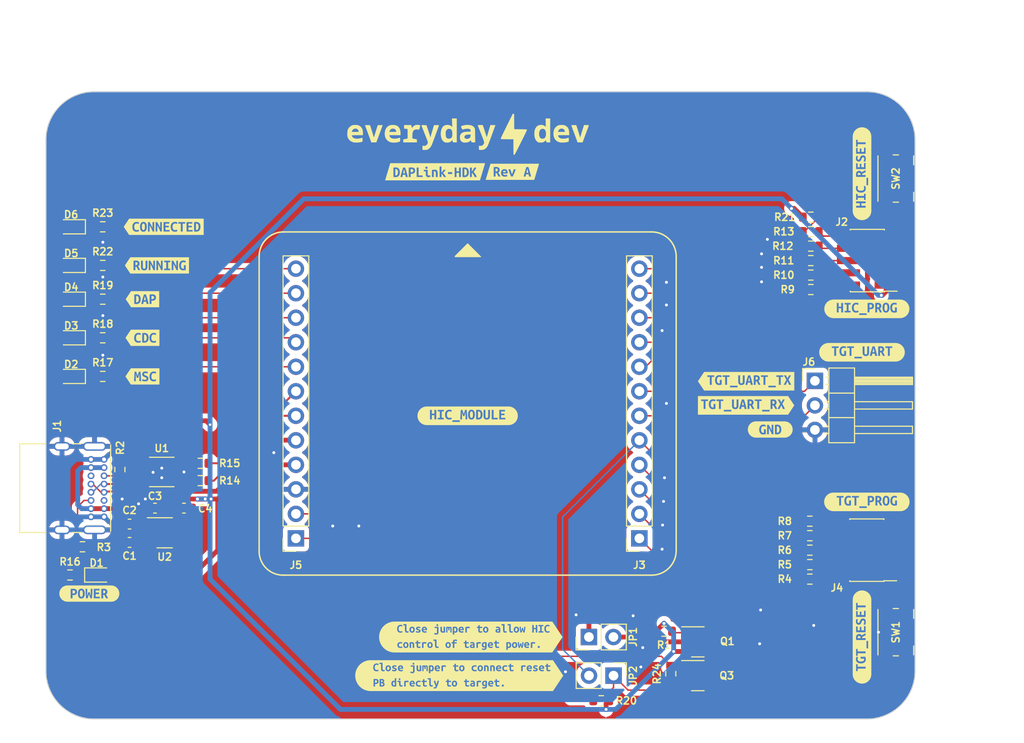
<source format=kicad_pcb>
(kicad_pcb (version 20221018) (generator pcbnew)
  (title_block (title "PROJECT_NAME_HERE") (date "2022-12-27") (rev "Rev A") (company "everyday dev") (comment 1 "CC-BY-SA"))
  (layers (0 "F.Cu" signal) (31 "B.Cu" signal) (34 "B.Paste" user) (35 "F.Paste" user) (36 "B.SilkS" user "B.Silkscreen") (37 "F.SilkS" user "F.Silkscreen") (38 "B.Mask" user) (39 "F.Mask" user) (44 "Edge.Cuts" user))
  (net 0 "")
  (net 1 "VBUS")
  (net 2 "GND")
  (net 3 "+3V3")
  (net 4 "Net-(J1-CC1)")
  (net 5 "/USB_N")
  (net 6 "/USB_P")
  (net 8 "Net-(J1-CC2)")
  (net 10 "/HIC_TMS_SWDIO")
  (net 11 "/HIC_TCK_SWCLK")
  (net 12 "/HIC_TDO_SWO")
  (net 14 "/HIC_TDI")
  (net 15 "/HIC_nRESET")
  (net 16 "/TGT_TMS_SWDIO")
  (net 17 "/TGT_TCK_SWCLK")
  (net 18 "/TGT_TDO_SWO")
  (net 19 "/TGT_TDI")
  (net 20 "Net-(D1-K)")
  (net 21 "Net-(D2-K)")
  (net 22 "/LED_MSC")
  (net 23 "Net-(D3-K)")
  (net 24 "/LED_CDC")
  (net 25 "Net-(D4-K)")
  (net 26 "/LED_HID")
  (net 27 "Net-(D5-K)")
  (net 28 "/LED_RUNNING")
  (net 29 "Net-(D6-K)")
  (net 30 "/LED_CONNECTED")
  (net 34 "Net-(J2-Pin_2)")
  (net 35 "Net-(J2-Pin_4)")
  (net 36 "Net-(J2-Pin_6)")
  (net 37 "Net-(J2-Pin_8)")
  (net 38 "Net-(J2-Pin_10)")
  (net 39 "Net-(J4-Pin_1)")
  (net 40 "Net-(J4-Pin_2)")
  (net 41 "Net-(J4-Pin_4)")
  (net 42 "Net-(J4-Pin_6)")
  (net 43 "Net-(J4-Pin_8)")
  (net 44 "Net-(J4-Pin_10)")
  (net 45 "Net-(JP1-B)")
  (net 46 "/TGT_nRESET_OUT")
  (net 47 "/HIC_USB_N")
  (net 48 "/HIC_USB_P")
  (net 49 "/TGT_PWR_EN")
  (net 50 "/TGT_nRESET_FWRD")
  (net 51 "/TGT_UART_TX")
  (net 52 "/TGT_UART_RX")
  (net 53 "Net-(Q1-G)")
  (footprint "Resistor_SMD:R_0603_1608Metric" (layer "F.Cu") (at 189.2 55.5)
    (fp_text reference "R9")
    (fp_text value "100R")
  )
  (footprint "Connector_PinHeader_1.27mm:PinHeader_2x05_P1.27mm_Vertical_SMD" (layer "F.Cu") (at 195.05 52.5 180)
    (fp_text reference "J2")
    (fp_text value "Conn_02x05_Odd_Even")
  )
  (footprint "Resistor_SMD:R_0603_1608Metric" (layer "F.Cu") (at 189.2 48)
    (fp_text reference "R21")
    (fp_text value "10k")
  )
  (footprint "Resistor_SMD:R_0603_1608Metric" (layer "F.Cu") (at 189.1 84)
    (fp_text reference "R5")
    (fp_text value "100R")
  )
  (footprint "Resistor_SMD:R_0603_1608Metric" (layer "F.Cu") (at 174.7 95.3 90)
    (fp_text reference "R24")
    (fp_text value "10k")
  )
  (footprint "Resistor_SMD:R_0603_1608Metric" (layer "F.Cu") (at 115.89 56.5)
    (fp_text reference "R19")
    (fp_text value "1k")
  )
  (footprint "Resistor_SMD:R_0603_1608Metric" (layer "F.Cu") (at 189.2 49.5)
    (fp_text reference "R13")
    (fp_text value "100R")
  )
  (footprint "Resistor_SMD:R_0603_1608Metric" (layer "F.Cu") (at 126 73.5)
    (fp_text reference "R15")
    (fp_text value "22R")
  )
  (footprint "Resistor_SMD:R_0603_1608Metric" (layer "F.Cu") (at 189.1 79.5)
    (fp_text reference "R8")
    (fp_text value "100R")
  )
  (footprint "Capacitor_SMD:C_0603_1608Metric" (layer "F.Cu") (at 118.665 79.8)
    (fp_text reference "C2")
    (fp_text value "0.1u")
  )
  (footprint "kibuzzard-6546A67F" (layer "F.Cu") (at 182.5 65)
    (fp_text reference "kibuzzard-6546A67F" hide)
    (fp_text value "G***" hide)
  )
  (footprint "Button_Switch_SMD:Panasonic_EVQPUJ_EVQPUA" (layer "F.Cu") (at 198 44 -90)
    (fp_text reference "SW2")
    (fp_text value "SW_Push")
  )
  (footprint "kibuzzard-6546A761" (layer "F.Cu") (at 195 77.5)
    (fp_text reference "kibuzzard-6546A761" hide)
    (fp_text value "G***" hide)
  )
  (footprint "Resistor_SMD:R_0603_1608Metric" (layer "F.Cu") (at 189.1 81)
    (fp_text reference "R7")
    (fp_text value "100R")
  )
  (footprint "Button_Switch_SMD:Panasonic_EVQPUJ_EVQPUA" (layer "F.Cu") (at 198 91 -90)
    (fp_text reference "SW1")
    (fp_text value "SW_Push")
  )
  (footprint "Resistor_SMD:R_0603_1608Metric" (layer "F.Cu") (at 115.89 60.5)
    (fp_text reference "R18")
    (fp_text value "1k")
  )
  (footprint "Connector_USB:USB_C_Receptacle_GCT_USB4085" (layer "F.Cu") (at 116.025 73.1 -90)
    (fp_text reference "J1")
    (fp_text value "USB_C_Receptacle_USB2.0")
  )
  (footprint "kibuzzard-6546A65D" (layer "F.Cu") (at 114.5 87)
    (fp_text reference "kibuzzard-6546A65D" hide)
    (fp_text value "G***" hide)
  )
  (footprint "Connector_PinHeader_2.54mm:PinHeader_1x02_P2.54mm_Vertical" (layer "F.Cu") (at 166.225 91.5 90)
    (fp_text reference "JP1")
    (fp_text value "Jumper_2_Open")
  )
  (footprint "kibuzzard-6546A6ED" (layer "F.Cu") (at 121.5 53)
    (fp_text reference "kibuzzard-6546A6ED" hide)
    (fp_text value "G***" hide)
  )
  (footprint "Connector_PinHeader_1.27mm:PinHeader_2x05_P1.27mm_Vertical_SMD" (layer "F.Cu") (at 195 82.5 180)
    (fp_text reference "J4")
    (fp_text value "Conn_02x05_Odd_Even")
  )
  (footprint "Connector_PinSocket_2.54mm:PinSocket_1x12_P2.54mm_Vertical" (layer "F.Cu") (at 135.89 81.28 180)
    (fp_text reference "J5")
    (fp_text value "Conn_01x12_Socket")
  )
  (footprint "kibuzzard-6548E80B" (layer "F.Cu") (at 158.3 43.3)
    (fp_text reference "kibuzzard-6548E80B" hide)
    (fp_text value "G***" hide)
  )
  (footprint "Resistor_SMD:R_0603_1608Metric" (layer "F.Cu") (at 115.89 49)
    (fp_text reference "R23")
    (fp_text value "1k")
  )
  (footprint "LED_SMD:LED_0603_1608Metric" (layer "F.Cu") (at 112.6125 49 180)
    (fp_text reference "D6")
    (fp_text value "RED" hide)
  )
  (footprint "kibuzzard-6546A74E" (layer "F.Cu") (at 195 57.5)
    (fp_text reference "kibuzzard-6546A74E" hide)
    (fp_text value "G***" hide)
  )
  (footprint "Resistor_SMD:R_0603_1608Metric" (layer "F.Cu") (at 126 75.3)
    (fp_text reference "R14")
    (fp_text value "22R")
  )
  (footprint "Package_TO_SOT_SMD:SOT-23-5" (layer "F.Cu") (at 122.3 80.7)
    (fp_text reference "U2")
    (fp_text value "AP2127K-3.3")
  )
  (footprint "LED_SMD:LED_0603_1608Metric" (layer "F.Cu") (at 112.6125 56.5 180)
    (fp_text reference "D4")
    (fp_text value "RED" hide)
  )
  (footprint "Resistor_SMD:R_0603_1608Metric" (layer "F.Cu") (at 189.1 85.5)
    (fp_text reference "R4")
    (fp_text value "100R")
  )
  (footprint "LED_SMD:LED_0603_1608Metric" (layer "F.Cu") (at 112.6125 60.5 180)
    (fp_text reference "D3")
    (fp_text value "RED")
  )
  (footprint "Resistor_SMD:R_0603_1608Metric" (layer "F.Cu") (at 113.79 82.15)
    (fp_text reference "R3")
    (fp_text value "5.1k")
  )
  (footprint "Resistor_SMD:R_0603_1608Metric" (layer "F.Cu") (at 112.5 85.075 180)
    (fp_text reference "R16")
    (fp_text value "1k")
  )
  (footprint "Resistor_SMD:R_0603_1608Metric" (layer "F.Cu") (at 115.89 64.5)
    (fp_text reference "R17")
    (fp_text value "1k")
  )
  (footprint "Capacitor_SMD:C_0603_1608Metric" (layer "F.Cu") (at 124.3 78.15 180)
    (fp_text reference "C4")
    (fp_text value "10u")
  )
  (footprint "Capacitor_SMD:C_0603_1608Metric" (layer "F.Cu") (at 121.3 78.15)
    (fp_text reference "C3")
    (fp_text value "0.1u")
  )
  (footprint "kibuzzard-6546A755" (layer "F.Cu") (at 194.5 62)
    (fp_text reference "kibuzzard-6546A755" hide)
    (fp_text value "G***" hide)
  )
  (footprint "Capacitor_SMD:C_0603_1608Metric" (layer "F.Cu") (at 118.665 81.7)
    (fp_text reference "C1")
    (fp_text value "10u")
  )
  (footprint "kibuzzard-6546A6DC" (layer "F.Cu") (at 120 64.5)
    (fp_text reference "kibuzzard-6546A6DC" hide)
    (fp_text value "G***" hide)
  )
  (footprint "Resistor_SMD:R_0603_1608Metric" (layer "F.Cu") (at 189.1 82.5)
    (fp_text reference "R6")
    (fp_text value "100R")
  )
  (footprint "kibuzzard-6548DE83" (layer "F.Cu") (at 120 56.5)
    (fp_text reference "kibuzzard-6548DE83" hide)
    (fp_text value "G***" hide)
  )
  (footprint "Resistor_SMD:R_0603_1608Metric" (layer "F.Cu") (at 117.665 74.15 90)
    (fp_text reference "R2")
    (fp_text value "5.1k")
  )
  (footprint "Connector_PinHeader_2.54mm:PinHeader_1x03_P2.54mm_Horizontal" (layer "F.Cu") (at 189.625 64.96)
    (fp_text reference "J6")
    (fp_text value "Conn_01x03")
  )
  (footprint "gld:SOIC-6" (layer "F.Cu") (at 122 74.4 90)
    (fp_text reference "U1")
    (fp_text value "ESDS302DBVR")
  )
  (footprint "kibuzzard-6546A850" (layer "F.Cu") (at 152.8 95.5)
    (fp_text reference "kibuzzard-6546A850" hide)
    (fp_text value "G***" hide)
  )
  (footprint "kibuzzard-6546A6F2" (layer "F.Cu") (at 122.2 49)
    (fp_text reference "kibuzzard-6546A6F2" hide)
    (fp_text value "G***" hide)
  )
  (footprint "Resistor_SMD:R_0603_1608Metric" (layer "F.Cu") (at 189.2 51)
    (fp_text reference "R12")
    (fp_text value "100R")
  )
  (footprint "Connector_PinSocket_2.54mm:PinSocket_1x12_P2.54mm_Vertical" (layer "F.Cu") (at 171.45 81.28 180)
    (fp_text reference "J3")
    (fp_text value "Conn_01x12_Socket")
  )
  (footprint "kibuzzard-6546A68D" (layer "F.Cu") (at 182.5 67.5)
    (fp_text reference "kibuzzard-6546A68D" hide)
    (fp_text value "G***" hide)
  )
  (footprint "LED_SMD:LED_0603_1608Metric" (layer "F.Cu") (at 115.5 85.075)
    (fp_text reference "D1")
    (fp_text value "RED" hide)
  )
  (footprint "kibuzzard-6546AB1F" (layer "F.Cu") (at 153.67 68.58)
    (fp_text reference "kibuzzard-6546AB1F" hide)
    (fp_text value "G***" hide)
  )
  (footprint "Package_TO_SOT_SMD:SOT-23" (layer "F.Cu") (at 177.5 92)
    (fp_text reference "Q1")
    (fp_text value "DMP3099L")
  )
  (footprint "Connector_PinHeader_2.54mm:PinHeader_1x02_P2.54mm_Vertical" (layer "F.Cu") (at 168.775 95.5 -90)
    (fp_text reference "JP2")
    (fp_text value "Jumper_2_Open")
  )
  (footprint "Resistor_SMD:R_0603_1608Metric" (layer "F.Cu") (at 174 90.9 180)
    (fp_text reference "R1")
    (fp_text value "10k")
  )
  (footprint "kibuzzard-6546A773" (layer "F.Cu") (at 194.5 91.5 90)
    (fp_text reference "kibuzzard-6546A773" hide)
    (fp_text value "G***" hide)
  )
  (footprint "Package_TO_SOT_SMD:SOT-23" (layer "F.Cu") (at 177.5 95.5)
    (fp_text reference "Q3")
    (fp_text value "DMN3023L-7")
  )
  (footprint "Resistor_SMD:R_0603_1608Metric" (layer "F.Cu") (at 167.5 98.1 180)
    (fp_text reference "R20")
    (fp_text value "10k")
  )
  (footprint "Resistor_SMD:R_0603_1608Metric" (layer "F.Cu") (at 189.2 52.5)
    (fp_text reference "R11")
    (fp_text value "100R")
  )
  (footprint "kibuzzard-6546A77C" (layer "F.Cu") (at 194.5 43.5 90)
    (fp_text reference "kibuzzard-6546A77C" hide)
    (fp_text value "G***" hide)
  )
  (footprint "LED_SMD:LED_0603_1608Metric" (layer "F.Cu") (at 112.6125 53 180)
    (fp_text reference "D5")
    (fp_text value "RED" hide)
  )
  (footprint "gld:everydaydev" (layer "F.Cu") (at 153.7 39.4)
    (fp_text reference "G***" hide)
    (fp_text value "LOGO" hide)
  )
  (footprint "kibuzzard-6546A6D3" (layer "F.Cu") (at 120 60.5)
    (fp_text reference "kibuzzard-6546A6D3" hide)
    (fp_text value "G***" hide)
  )
  (footprint "LED_SMD:LED_0603_1608Metric" (layer "F.Cu") (at 112.6125 64.5 180)
    (fp_text reference "D2")
    (fp_text value "RED" hide)
  )
  (footprint "kibuzzard-6546A89A" (layer "F.Cu") (at 150.3 43.3)
    (fp_text reference "kibuzzard-6546A89A" hide)
    (fp_text value "G***" hide)
  )
  (footprint "Resistor_SMD:R_0603_1608Metric" (layer "F.Cu") (at 189.2 54)
    (fp_text reference "R10")
    (fp_text value "100R")
  )
  (footprint "Resistor_SMD:R_0603_1608Metric" (layer "F.Cu") (at 115.89 53)
    (fp_text reference "R22")
    (fp_text value "1k")
  )
  (footprint "kibuzzard-6546A714" (layer "F.Cu") (at 185 70)
    (fp_text reference "kibuzzard-6546A714" hide)
    (fp_text value "G***" hide)
  )
  (footprint "kibuzzard-6546A856" (layer "F.Cu") (at 154 91.5)
    (fp_text reference "kibuzzard-6546A856" hide)
    (fp_text value "G***" hide)
  )
  (gr_poly (pts (xy 153.67 50.8) (xy 152.4 52.07) (xy 154.94 52.07)) (stroke (width 0.15)) (fill solid) (layer "F.SilkS"))
  (gr_arc (start 134.68286 85.087681) (mid 132.828243 84.386236) (end 132.080001 82.55) (stroke (width 0.15)) (layer "F.SilkS"))
  (gr_line (start 132.080001 82.55) (end 132.08 52.07) (stroke (width 0.15)) (layer "F.SilkS"))
  (gr_line (start 172.72 85.09) (end 134.68286 85.087681) (stroke (width 0.15)) (layer "F.SilkS"))
  (gr_line (start 175.26 52.07) (end 175.26 82.55) (stroke (width 0.15)) (layer "F.SilkS"))
  (gr_arc (start 132.08 52.07) (mid 132.823949 50.273949) (end 134.62 49.53) (stroke (width 0.15)) (layer "F.SilkS"))
  (gr_arc (start 172.72 49.53) (mid 174.516051 50.273949) (end 175.26 52.07) (stroke (width 0.15)) (layer "F.SilkS"))
  (gr_line (start 134.62 49.53) (end 172.72 49.53) (stroke (width 0.15)) (layer "F.SilkS"))
  (gr_arc (start 175.26 82.55) (mid 174.516051 84.346051) (end 172.72 85.09) (stroke (width 0.15)) (layer "F.SilkS"))
  (gr_line (start 195 100) (end 115 100) (stroke (width 0.1)) (layer "Edge.Cuts"))
  (gr_line (start 195 35) (end 115 35) (stroke (width 0.1)) (layer "Edge.Cuts"))
  (gr_line (start 110 95) (end 110 40) (stroke (width 0.1)) (layer "Edge.Cuts"))
  (gr_arc (start 115 100) (mid 111.464466 98.535534) (end 110 95) (stroke (width 0.1)) (layer "Edge.Cuts"))
  (gr_arc (start 110 40) (mid 111.464466 36.464466) (end 115 35) (stroke (width 0.1)) (layer "Edge.Cuts"))
  (gr_line (start 200 95) (end 200 40) (stroke (width 0.1)) (layer "Edge.Cuts"))
  (gr_arc (start 200 95) (mid 198.535534 98.535534) (end 195 100) (stroke (width 0.1)) (layer "Edge.Cuts"))
  (gr_arc (start 195 35) (mid 198.535534 36.464466) (end 200 40) (stroke (width 0.1)) (layer "Edge.Cuts"))
  (segment (start 121.1625 79.75) (end 119.49 79.75) (width 0.5) (layer "F.Cu") (net 1))
  (segment (start 135.87 71.1) (end 132.980762 71.1) (width 0.5) (layer "F.Cu") (net 1))
  (segment (start 116.025 78.2) (end 114.675 78.2) (width 0.5) (layer "F.Cu") (net 1))
  (segment (start 118.7 78.2) (end 119.44 78.94) (width 0.5) (layer "F.Cu") (net 1))
  (segment (start 119.44 78.94) (end 119.44 81.7) (width 0.5) (layer "F.Cu") (net 1))
  (segment (start 135.89 71.12) (end 135.87 71.1) (width 0.5) (layer "F.Cu") (net 1))
  (segment (start 119.49 81.65) (end 119.44 81.7) (width 0.5) (layer "F.Cu") (net 1))
  (segment (start 132.980762 71.1) (end 127.680762 76.4) (width 0.5) (layer "F.Cu") (net 1))
  (segment (start 127.680762 76.4) (end 119.6 76.4) (width 0.5) (layer "F.Cu") (net 1))
  (segment (start 116.025 78.2) (end 118.7 78.2) (width 0.5) (layer "F.Cu") (net 1))
  (segment (start 119.49 79.75) (end 119.44 79.8) (width 0.5) (layer "F.Cu") (net 1))
  (segment (start 119.6 76.4) (end 118.7 77.3) (width 0.5) (layer "F.Cu") (net 1))
  (segment (start 118.7 77.3) (end 118.7 78.2) (width 0.5) (layer "F.Cu") (net 1))
  (segment (start 121.1625 81.65) (end 119.49 81.65) (width 0.5) (layer "F.Cu") (net 1))
  (segment (start 113.3 74.3) (end 113.3 77.8) (width 0.5) (layer "B.Cu") (net 1))
  (segment (start 113.3 77.8) (end 113.7 78.2) (width 0.5) (layer "B.Cu") (net 1))
  (segment (start 113.65 73.95) (end 113.3 74.3) (width 0.5) (layer "B.Cu") (net 1))
  (segment (start 113.7 78.2) (end 114.675 78.2) (width 0.5) (layer "B.Cu") (net 1))
  (segment (start 114.675 73.95) (end 113.65 73.95) (width 0.5) (layer "B.Cu") (net 1))
  (segment (start 114.675 73.95) (end 116.025 73.95) (width 0.5) (layer "B.Cu") (net 1))
  (segment (start 120.075 77.7) (end 120.525 78.15) (width 0.5) (layer "F.Cu") (net 2))
  (segment (start 175.025 96.45) (end 174.7 96.125) (width 0.5) (layer "F.Cu") (net 2))
  (segment (start 121.135523 74.4) (end 123.3 74.4) (width 0.15) (layer "F.Cu") (net 2))
  (segment (start 120.3 77.925) (end 120.525 78.15) (width 0.5) (layer "F.Cu") (net 2))
  (segment (start 119.6 77.7) (end 120.075 77.7) (width 0.5) (layer "F.Cu") (net 2))
  (segment (start 120.3 77.2) (end 120.3 77.925) (width 0.5) (layer "F.Cu") (net 2))
  (segment (start 121.1 74.435523) (end 121.135523 74.4) (width 0.15) (layer "F.Cu") (net 2))
  (segment (start 176.5625 96.45) (end 175.025 96.45) (width 0.5) (layer "F.Cu") (net 2))
  (segment (start 124.3 74.4) (end 123.3 74.4) (width 0.15) (layer "F.Cu") (net 2))
  (via (at 173.95 77.45) (size 0.5) (drill 0.3) (layers "F.Cu" "B.Cu") (net 2))
  (via (at 184.1 51.8) (size 0.5) (drill 0.3) (layers "F.Cu" "B.Cu") (net 2))
  (via (at 173.85 79.9) (size 0.5) (drill 0.3) (layers "F.Cu" "B.Cu") (net 2))
  (via (at 124.3 74.4) (size 0.5) (drill 0.3) (layers "F.Cu" "B.Cu") (net 2))
  (via (at 171.8 92.6) (size 0.5) (drill 0.3) (layers "F.Cu" "B.Cu") (net 2))
  (via (at 119.6 77.7) (size 0.5) (drill 0.3) (layers "F.Cu" "B.Cu") (net 2))
  (via (at 171.6 94.6) (size 0.5) (drill 0.3) (layers "F.Cu" "B.Cu") (net 2))
  (via (at 133.6 72.4) (size 0.5) (drill 0.3) (layers "F.Cu" "B.Cu") (net 2))
  (via (at 164.9 89.2) (size 0.5) (drill 0.3) (layers "F.Cu" "B.Cu") (net 2))
  (via (at 184.7 50.3) (size 0.5) (drill 0.3) (layers "F.Cu" "B.Cu") (net 2))
  (via (at 115.9 54.2) (size 0.5) (drill 0.3) (layers "F.Cu" "B.Cu") (net 2))
  (via (at 142.4 80) (size 0.5) (drill 0.3) (layers "F.Cu" "B.Cu") (net 2))
  (via (at 174.25 54.75) (size 0.5) (drill 0.3) (layers "F.Cu" "B.Cu") (net 2))
  (via (at 122 74) (size 0.5) (drill 0.3) (layers "F.Cu" "B.Cu") (net 2))
  (via (at 196.2 91) (size 0.5) (drill 0.3) (layers "F.Cu" "B.Cu") (net 2))
  (via (at 184.1 53.2) (size 0.5) (drill 0.3) (layers "F.Cu" "B.Cu") (net 2))
  (via (at 174.05 75) (size 0.5) (drill 0.3) (layers "F.Cu" "B.Cu") (net 2))
  (via (at 184.1 54.7) (size 0.5) (drill 0.3) (layers "F.Cu" "B.Cu") (net 2))
  (via (at 173.8 59.75) (size 0.5) (drill 0.3) (layers "F.Cu" "B.Cu") (net 2))
  (via (at 174.25 67.3) (size 0.5) (drill 0.3) (layers "F.Cu" "B.Cu") (net 2))
  (via (at 173.8 82.4) (size 0.5) (drill 0.3) (layers "F.Cu" "B.Cu") (net 2))
  (via (at 174.25 57.1) (size 0.5) (drill 0.3) (layers "F.Cu" "B.Cu") (net 2))
  (via (at 117.9 77.2) (size 0.5) (drill 0.3) (layers "F.Cu" "B.Cu") (net 2))
  (via (at 115.9 62.3) (size 0.5) (drill 0.3) (layers "F.Cu" "B.Cu") (net 2))
  (via (at 170.8 89.3) (size 0.5) (drill 0.3) (layers "F.Cu" "B.Cu") (net 2))
  (via (at 163.8 95.1) (size 0.5) (drill 0.3) (layers "F.Cu" "B.Cu") (net 2))
  (via (at 120.3 77.2) (size 0.5) (drill 0.3) (layers "F.Cu" "B.Cu") (net 2))
  (via (at 184 88.7) (size 0.5) (drill 0.3) (layers "F.Cu" "B.Cu") (net 2))
  (via (at 121.1 74.435523) (size 0.5) (drill 0.3) (layers "F.Cu" "B.Cu") (net 2))
  (via (at 183.9 92.2) (size 0.5) (drill 0.3) (layers "F.Cu" "B.Cu") (net 2))
  (via (at 115.9 50.6) (size 0.5) (drill 0.3) (layers "F.Cu" "B.Cu") (net 2))
  (via (at 115.9 58.2) (size 0.5) (drill 0.3) (layers "F.Cu" "B.Cu") (net 2))
  (via (at 189.5 90.3) (size 0.5) (drill 0.3) (layers "F.Cu" "B.Cu") (net 2))
  (via (at 139.7 80) (size 0.5) (drill 0.3) (layers "F.Cu" "B.Cu") (net 2))
  (via (at 122 75) (size 0.5) (drill 0.3) (layers "F.Cu" "B.Cu") (net 2))
  (segment (start 112.84 73.1) (end 112.83 73.11) (width 0.5) (layer "B.Cu") (net 2))
  (segment (start 114.675 73.1) (end 116.025 73.1) (width 0.5) (layer "B.Cu") (net 2))
  (segment (start 112.91 79.05) (end 112.78 78.92) (width 0.5) (layer "B.Cu") (net 2))
  (segment (start 114.675 73.1) (end 112.84 73.1) (width 0.5) (layer "B.Cu") (net 2))
  (segment (start 114.675 79.05) (end 112.91 79.05) (width 0.5) (layer "B.Cu") (net 2))
  (segment (start 116.025 79.05) (end 114.675 79.05) (width 0.5) (layer "B.Cu") (net 2))
  (segment (start 123.4375 78.2375) (end 123.525 78.15) (width 0.5) (layer "F.Cu") (net 3))
  (segment (start 111.825 66.075) (end 114.85 69.1) (width 0.5) (layer "F.Cu") (net 3))
  (segment (start 111.825 53) (end 111.825 49) (width 0.5) (layer "F.Cu") (net 3))
  (segment (start 127.8 77.2) (end 131.34 73.66) (width 0.5) (layer "F.Cu") (net 3))
  (segment (start 174 90.075) (end 174 90.1) (width 0.5) (layer "F.Cu") (net 3))
  (segment (start 122.3 77.2) (end 122.075 77.425) (width 0.5) (layer "F.Cu") (net 3))
  (segment (start 126.6 69.1) (end 127 69.5) (width 0.5) (layer "F.Cu") (net 3))
  (segment (start 168 99) (end 168 98.425) (width 0.5) (layer "F.Cu") (net 3))
  (segment (start 173.975 90.1) (end 173.175 90.9) (width 0.5) (layer "F.Cu") (net 3))
  (segment (start 111.825 56.5) (end 111.825 53) (width 0.5) (layer "F.Cu") (net 3))
  (segment (start 125.225 85.075) (end 116.2875 85.075) (width 0.5) (layer "F.Cu") (net 3))
  (segment (start 127.8 77.2) (end 127.8 82.5) (width 0.5) (layer "F.Cu") (net 3))
  (segment (start 187.2 47.1) (end 187.475 47.1) (width 0.5) (layer "F.Cu") (net 3))
  (segment (start 127.1 77.2) (end 127.8 77.2) (width 0.5) (layer "F.Cu") (net 3))
  (segment (start 187.475 47.1) (end 188.375 48) (width 0.5) (layer "F.Cu") (net 3))
  (segment (start 174 90.1) (end 173.975 90.1) (width 0.5) (layer "F.Cu") (net 3))
  (segment (start 127.8 82.5) (end 125.225 85.075) (width 0.5) (layer "F.Cu") (net 3))
  (segment (start 196.6 56.1) (end 197 55.7) (width 0.5) (layer "F.Cu") (net 3))
  (segment (start 114.85 69.1) (end 126.6 69.1) (width 0.5) (layer "F.Cu") (net 3))
  (segment (start 125.7 77.2) (end 127.1 77.2) (width 0.5) (layer "F.Cu") (net 3))
  (segment (start 176.5125 93) (end 176.5625 92.95) (width 0.5) (layer "F.Cu") (net 3))
  (segment (start 126.5 77.2) (end 122.3 77.2) (width 0.5) (layer "F.Cu") (net 3))
  (segment (start 174 90.075) (end 174 90.075) (width 0.5) (layer "F.Cu") (net 3))
  (segment (start 122.075 78.15) (end 123.525 78.15) (width 0.5) (layer "F.Cu") (net 3))
  (segment (start 196.5 56.1) (end 196.6 56.1) (width 0.5) (layer "F.Cu") (net 3))
  (segment (start 175 93) (end 176.5125 93) (width 0.5) (layer "F.Cu") (net 3))
  (segment (start 111.825 60.5) (end 111.825 56.5) (width 0.5) (layer "F.Cu") (net 3))
  (segment (start 111.825 64.5) (end 111.825 60.5) (width 0.5) (layer "F.Cu") (net 3))
  (segment (start 122.075 77.425) (end 122.075 78.15) (width 0.5) (layer "F.Cu") (net 3))
  (segment (start 123.4375 79.75) (end 123.4375 78.2375) (width 0.5) (layer "F.Cu") (net 3))
  (segment (start 131.34 73.66) (end 135.89 73.66) (width 0.5) (layer "F.Cu") (net 3))
  (segment (start 125.7 77.2) (end 126.5 77.2) (width 0.5) (layer "F.Cu") (net 3))
  (segment (start 197 55.7) (end 197 55.04) (width 0.5) (layer "F.Cu") (net 3))
  (segment (start 168 98.425) (end 168.325 98.1) (width 0.5) (layer "F.Cu") (net 3))
  (segment (start 111.825 64.5) (end 111.825 66.075) (width 0.5) (layer "F.Cu") (net 3))
  (via (at 175 93) (size 0.5) (drill 0.3) (layers "F.Cu" "B.Cu") (net 3))
  (via (at 196.5 56.1) (size 0.5) (drill 0.3) (layers "F.Cu" "B.Cu") (net 3))
  (via (at 187.2 47.1) (size 0.5) (drill 0.3) (layers "F.Cu" "B.Cu") (net 3))
  (via (at 125.7 77.2) (size 0.5) (drill 0.3) (layers "F.Cu" "B.Cu") (net 3))
  (via (at 168 99) (size 0.5) (drill 0.3) (layers "F.Cu" "B.Cu") (net 3))
  (via (at 126.5 77.2) (size 0.5) (drill 0.3) (layers "F.Cu" "B.Cu") (net 3))
  (via (at 127.1 77.2) (size 0.5) (drill 0.3) (layers "F.Cu" "B.Cu") (net 3))
  (via (at 127 69.5) (size 0.4) (drill 0.25) (layers "F.Cu" "B.Cu") (net 3))
  (via (at 174 90.1) (size 0.5) (drill 0.3) (layers "F.Cu" "B.Cu") (net 3))
  (segment (start 127 76.5) (end 127 55.8) (width 0.5) (layer "B.Cu") (net 3))
  (segment (start 138.5 97) (end 140.5 99) (width 0.5) (layer "B.Cu") (net 3))
  (segment (start 175 91.075) (end 175 93) (width 0.5) (layer "B.Cu") (net 3))
  (segment (start 196.2 56.1) (end 196.5 56.1) (width 0.5) (layer "B.Cu") (net 3))
  (segment (start 127 55.8) (end 136.7 46.1) (width 0.5) (layer "B.Cu") (net 3))
  (segment (start 127 76.5) (end 127 85.5) (width 0.5) (layer "B.Cu") (net 3))
  (segment (start 169 99) (end 175 93) (width 0.5) (layer "B.Cu") (net 3))
  (segment (start 127 85.5) (end 138.5 97) (width 0.5) (layer "B.Cu") (net 3))
  (segment (start 186.2 46.1) (end 188.7 48.6) (width 0.5) (layer "B.Cu") (net 3))
  (segment (start 127 77.1) (end 127 76.5) (width 0.5) (layer "B.Cu") (net 3))
  (segment (start 125.7 77.2) (end 127.1 77.2) (width 0.5) (layer "B.Cu") (net 3))
  (segment (start 188.7 48.6) (end 196.2 56.1) (width 0.5) (layer "B.Cu") (net 3))
  (segment (start 168 99) (end 169 99) (width 0.5) (layer "B.Cu") (net 3))
  (segment (start 140.5 99) (end 168 99) (width 0.5) (layer "B.Cu") (net 3))
  (segment (start 174 90.075) (end 175 91.075) (width 0.5) (layer "B.Cu") (net 3))
  (segment (start 136.7 46.1) (end 186.2 46.1) (width 0.5) (layer "B.Cu") (net 3))
  (segment (start 127.1 77.2) (end 127 77.1) (width 0.5) (layer "B.Cu") (net 3))
  (segment (start 117.525 74.8) (end 116.025 74.8) (width 0.15) (layer "F.Cu") (net 4))
  (segment (start 117.665 74.66) (end 117.525 74.8) (width 0.15) (layer "F.Cu") (net 4))
  (segment (start 115.7 76.5) (end 116.025 76.5) (width 0.15) (layer "F.Cu") (net 5))
  (segment (start 118.361397 76.425) (end 116.1 76.425) (width 0.2) (layer "F.Cu") (net 5))
  (segment (start 121.525001 75.35) (end 122.075001 75.9) (width 0.2) (layer "F.Cu") (net 5))
  (segment (start 116.1 76.425) (end 116.025 76.5) (width 0.2) (layer "F.Cu") (net 5))
  (segment (start 114.85 75.65) (end 115.7 76.5) (width 0.15) (layer "F.Cu") (net 5))
  (segment (start 120.7 75.35) (end 119.436397 75.35) (width 0.2) (layer "F.Cu") (net 5))
  (segment (start 122.075001 75.9) (end 124.575 75.9) (width 0.2) (layer "F.Cu") (net 5))
  (segment (start 120.7 75.35) (end 121.525001 75.35) (width 0.2) (layer "F.Cu") (net 5))
  (segment (start 119.436397 75.35) (end 118.361397 76.425) (width 0.2) (layer "F.Cu") (net 5))
  (segment (start 124.575 75.9) (end 125.175 75.3) (width 0.2) (layer "F.Cu") (net 5))
  (segment (start 114.675 75.65) (end 114.85 75.65) (width 0.15) (layer "F.Cu") (net 5))
  (segment (start 120.7 73.45) (end 121.525001 73.45) (width 0.2) (layer "F.Cu") (net 6))
  (segment (start 120.35 73.45) (end 118.15 75.65) (width 0.2) (layer "F.Cu") (net 6))
  (segment (start 122.075001 72.9) (end 124.575 72.9) (width 0.2) (layer "F.Cu") (net 6))
  (segment (start 120.7 73.45) (end 120.35 73.45) (width 0.2) (layer "F.Cu") (net 6))
  (segment (start 124.575 72.9) (end 125.175 73.5) (width 0.2) (layer "F.Cu") (net 6))
  (segment (start 118.15 75.65) (end 116.025 75.65) (width 0.2) (layer "F.Cu") (net 6))
  (segment (start 121.525001 73.45) (end 122.075001 72.9) (width 0.2) (layer "F.Cu") (net 6))
  (segment (start 114.83 76.5) (end 115.68 75.65) (width 0.15) (layer "B.Cu") (net 6))
  (segment (start 115.68 75.65) (end 116.025 75.65) (width 0.15) (layer "B.Cu") (net 6))
  (segment (start 114.675 76.5) (end 114.83 76.5) (width 0.15) (layer "B.Cu") (net 6))
  (segment (start 113.95 77.35) (end 114.675 77.35) (width 0.15) (layer "F.Cu") (net 8))
  (segment (start 113.28 82.15) (end 113.28 78.02) (width 0.15) (layer "F.Cu") (net 8))
  (segment (start 113.28 78.02) (end 113.95 77.35) (width 0.15) (layer "F.Cu") (net 8))
  (segment (start 180.098528 55.5) (end 172.098528 63.5) (width 0.15) (layer "F.Cu") (net 10))
  (segment (start 172.098528 63.5) (end 171.45 63.5) (width 0.15) (layer "F.Cu") (net 10))
  (segment (start 188.375 55.5) (end 180.098528 55.5) (width 0.15) (layer "F.Cu") (net 10))
  (segment (start 181.174264 54) (end 188.375 54) (width 0.15) (layer "F.Cu") (net 11))
  (segment (start 171.45 60.96) (end 174.214264 60.96) (width 0.15) (layer "F.Cu") (net 11))
  (segment (start 174.214264 60.96) (end 181.174264 54) (width 0.15) (layer "F.Cu") (net 11))
  (segment (start 182.25 52.5) (end 188.375 52.5) (width 0.15) (layer "F.Cu") (net 12))
  (segment (start 182.25 52.5) (end 176.33 58.42) (width 0.15) (layer "F.Cu") (net 12))
  (segment (start 176.33 58.42) (end 171.45 58.42) (width 0.15) (layer "F.Cu") (net 12))
  (segment (start 171.45 55.88) (end 178.445736 55.88) (width 0.15) (layer "F.Cu") (net 14))
  (segment (start 183.325736 51) (end 188.375 51) (width 0.15) (layer "F.Cu") (net 14))
  (segment (start 178.445736 55.88) (end 183.325736 51) (width 0.15) (layer "F.Cu") (net 14))
  (segment (start 188.525 49.5) (end 190.025 48) (width 0.15) (layer "F.Cu") (net 15))
  (segment (start 191.4 46.625) (end 197.15 46.625) (width 0.15) (layer "F.Cu") (net 15))
  (segment (start 188.375 49.5) (end 188.525 49.5) (width 0.15) (layer "F.Cu") (net 15))
  (segment (start 171.45 53.34) (end 180.561472 53.34) (width 0.15) (layer "F.Cu") (net 15))
  (segment (start 197.15 41.375) (end 197.15 46.625) (width 0.15) (layer "F.Cu") (net 15))
  (segment (start 180.561472 53.34) (end 184.401472 49.5) (width 0.15) (layer "F.Cu") (net 15))
  (segment (start 190.025 48) (end 191.4 46.625) (width 0.15) (layer "F.Cu") (net 15))
  (segment (start 184.401472 49.5) (end 188.375 49.5) (width 0.15) (layer "F.Cu") (net 15))
  (segment (start 188.275 85.5) (end 175.67 85.5) (width 0.15) (layer "F.Cu") (net 16))
  (segment (start 175.67 85.5) (end 171.45 81.28) (width 0.15) (layer "F.Cu") (net 16))
  (segment (start 176.71 84) (end 188.275 84) (width 0.15) (layer "F.Cu") (net 17))
  (segment (start 171.45 78.74) (end 176.71 84) (width 0.15) (layer "F.Cu") (net 17))
  (segment (start 188.275 82.5) (end 177.75 82.5) (width 0.15) (layer "F.Cu") (net 18))
  (segment (start 177.75 82.5) (end 171.45 76.2) (width 0.15) (layer "F.Cu") (net 18))
  (segment (start 171.45 73.66) (end 178.79 81) (width 0.15) (layer "F.Cu") (net 19))
  (segment (start 178.79 81) (end 188.275 81) (width 0.15) (layer "F.Cu") (net 19))
  (segment (start 113.4 64.5) (end 115.38 64.5) (width 0.15) (layer "F.Cu") (net 21))
  (segment (start 117.715 63.5) (end 135.89 63.5) (width 0.15) (layer "F.Cu") (net 22))
  (segment (start 116.715 64.5) (end 117.715 63.5) (width 0.15) (layer "F.Cu") (net 22))
  (segment (start 113.4 60.5) (end 115.38 60.5) (width 0.15) (layer "F.Cu") (net 23))
  (segment (start 116.4 60.5) (end 135.43 60.5) (width 0.15) (layer "F.Cu") (net 24))
  (segment (start 135.43 60.5) (end 135.89 60.96) (width 0.15) (layer "F.Cu") (net 24))
  (segment (start 113.4 56.5) (end 115.38 56.5) (width 0.15) (layer "F.Cu") (net 25))
  (segment (start 118.635 58.42) (end 135.89 58.42) (width 0.15) (layer "F.Cu") (net 26))
  (segment (start 116.715 56.5) (end 118.635 58.42) (width 0.15) (layer "F.Cu") (net 26))
  (segment (start 113.4 53) (end 115.38 53) (width 0.15) (layer "F.Cu") (net 27))
  (segment (start 119.595 55.88) (end 116.715 53) (width 0.15) (layer "F.Cu") (net 28))
  (segment (start 135.89 55.88) (end 119.595 55.88) (width 0.15) (layer "F.Cu") (net 28))
  (segment (start 113.4 49) (end 115.38 49) (width 0.15) (layer "F.Cu") (net 29))
  (segment (start 121.055 53.34) (end 135.89 53.34) (width 0.15) (layer "F.Cu") (net 30))
  (segment (start 116.715 49) (end 121.055 53.34) (width 0.15) (layer "F.Cu") (net 30))
  (segment (start 190.485 55.04) (end 193.1 55.04) (width 0.15) (layer "F.Cu") (net 34))
  (segment (start 190.025 55.5) (end 190.485 55.04) (width 0.15) (layer "F.Cu") (net 34))
  (segment (start 190.025 54) (end 190.255 53.77) (width 0.15) (layer "F.Cu") (net 35))
  (segment (start 190.255 53.77) (end 193.1 53.77) (width 0.15) (layer "F.Cu") (net 35))
  (segment (start 193.1 52.5) (end 190.025 52.5) (width 0.15) (layer "F.Cu") (net 36))
  (segment (start 190.255 51.23) (end 190.025 51) (width 0.15) (layer "F.Cu") (net 37))
  (segment (start 193.1 51.23) (end 190.255 51.23) (width 0.15) (layer "F.Cu") (net 37))
  (segment (start 193.1 49.96) (end 190.485 49.96) (width 0.15) (layer "F.Cu") (net 38))
  (segment (start 190.485 49.96) (end 190.025 49.5) (width 0.15) (layer "F.Cu") (net 38))
  (segment (start 166.225 89.775) (end 169 87) (width 0.5) (layer "F.Cu") (net 39))
  (segment (start 166.225 91.5) (end 166.225 89.775) (width 0.5) (layer "F.Cu") (net 39))
  (segment (start 196.95 86.05) (end 196.95 85.04) (width 0.5) (layer "F.Cu") (net 39))
  (segment (start 169 87) (end 196 87) (width 0.5) (layer "F.Cu") (net 39))
  (segment (start 196 87) (end 196.95 86.05) (width 0.5) (layer "F.Cu") (net 39))
  (segment (start 189.925 85.5) (end 190.385 85.04) (width 0.15) (layer "F.Cu") (net 40))
  (segment (start 190.385 85.04) (end 193.05 85.04) (width 0.15) (layer "F.Cu") (net 40))
  (segment (start 189.925 84) (end 190.155 83.77) (width 0.15) (layer "F.Cu") (net 41))
  (segment (start 190.155 83.77) (end 193.05 83.77) (width 0.15) (layer "F.Cu") (net 41))
  (segment (start 193.05 83.77) (end 192.78 83.5) (width 0.15) (layer "F.Cu") (net 41))
  (segment (start 189.925 82.5) (end 193.05 82.5) (width 0.15) (layer "F.Cu") (net 42))
  (segment (start 193.05 81.23) (end 192.78 81.5) (width 0.15) (layer "F.Cu") (net 43))
  (segment (start 190.155 81.23) (end 193.05 81.23) (width 0.15) (layer "F.Cu") (net 43))
  (segment (start 189.925 81) (end 190.155 81.23) (width 0.15) (layer "F.Cu") (net 43))
  (segment (start 189.925 79.5) (end 190.385 79.96) (width 0.15) (layer "F.Cu") (net 44))
  (segment (start 190.385 79.96) (end 193.05 79.96) (width 0.15) (layer "F.Cu") (net 44))
  (segment (start 172.837948 92) (end 172.337948 91.5) (width 0.5) (layer "F.Cu") (net 45))
  (segment (start 178.4375 92) (end 172.837948 92) (width 0.5) (layer "F.Cu") (net 45))
  (segment (start 172.337948 91.5) (end 168.765 91.5) (width 0.5) (layer "F.Cu") (net 45))
  (segment (start 179.83 79.5) (end 171.45 71.12) (width 0.15) (layer "F.Cu") (net 46))
  (segment (start 188.275 79.5) (end 179.83 79.5) (width 0.15) (layer "F.Cu") (net 46))
  (segment (start 163.5 92.765) (end 163.5 79.07) (width 0.15) (layer "B.Cu") (net 46))
  (segment (start 163.5 79.07) (end 171.45 71.12) (width 0.15) (layer "B.Cu") (net 46))
  (segment (start 166.235 95.5) (end 163.5 92.765) (width 0.15) (layer "B.Cu") (net 46))
  (segment (start 127.4 75.3) (end 134.12 68.58) (width 0.2) (layer "F.Cu") (net 47))
  (segment (start 134.12 68.58) (end 135.89 68.58) (width 0.2) (layer "F.Cu") (net 47))
  (segment (start 126.825 75.3) (end 127.4 75.3) (width 0.2) (layer "F.Cu") (net 47))
  (segment (start 135.89 66.04) (end 128.43 73.5) (width 0.2) (layer "F.Cu") (net 48))
  (segment (start 128.43 73.5) (end 126.825 73.5) (width 0.2) (layer "F.Cu") (net 48))
  (segment (start 176.5625 94.55) (end 176.4875 94.475) (width 0.15) (layer "F.Cu") (net 49))
  (segment (start 160.224264 93.5) (end 145.464264 78.74) (width 0.15) (layer "F.Cu") (net 49))
  (segment (start 173.725 93.5) (end 160.224264 93.5) (width 0.15) (layer "F.Cu") (net 49))
  (segment (start 174.7 94.475) (end 173.725 93.5) (width 0.15) (layer "F.Cu") (net 49))
  (segment (start 176.4875 94.475) (end 174.7 94.475) (width 0.15) (layer "F.Cu") (net 49))
  (segment (start 145.464264 78.74) (end 135.89 78.74) (width 0.15) (layer "F.Cu") (net 49))
  (segment (start 179.5 97) (end 170.275 97) (width 0.15) (layer "F.Cu") (net 50))
  (segment (start 164.3 98) (end 166.575 98) (width 0.15) (layer "F.Cu") (net 50))
  (segment (start 197.025 93.75) (end 197.15 93.625) (width 0.15) (layer "F.Cu") (net 50))
  (segment (start 166.675 98.1) (end 167.775 97) (width 0.15) (layer "F.Cu") (net 50))
  (segment (start 168.5 97) (end 168.775 96.725) (width 0.15) (layer "F.Cu") (net 50))
  (segment (start 147.58 81.28) (end 135.89 81.28) (width 0.15) (layer "F.Cu") (net 50))
  (segment (start 170.275 97) (end 168.775 95.5) (width 0.15) (layer "F.Cu") (net 50))
  (segment (start 197.15 93.625) (end 182.875 93.625) (width 0.15) (layer "F.Cu") (net 50))
  (segment (start 167.775 97) (end 168.5 97) (width 0.15) (layer "F.Cu") (net 50))
  (segment (start 197.15 88.375) (end 197.15 93.625) (width 0.15) (layer "F.Cu") (net 50))
  (segment (start 182.875 93.625) (end 179.5 97) (width 0.15) (layer "F.Cu") (net 50))
  (segment (start 166.575 98) (end 166.675 98.1) (width 0.15) (layer "F.Cu") (net 50))
  (segment (start 168.775 96.725) (end 168.775 95.5) (width 0.15) (layer "F.Cu") (net 50))
  (segment (start 164.3 98) (end 147.58 81.28) (width 0.15) (layer "F.Cu") (net 50))
  (segment (start 171.45 66.04) (end 188.545 66.04) (width 0.15) (layer "F.Cu") (net 51))
  (segment (start 188.545 66.04) (end 189.625 64.96) (width 0.15) (layer "F.Cu") (net 51))
  (segment (start 171.45 68.58) (end 188.545 68.58) (width 0.15) (layer "F.Cu") (net 52))
  (segment (start 188.545 68.58) (end 189.625 67.5) (width 0.15) (layer "F.Cu") (net 52))
  (segment (start 180 94.75) (end 180 91.5) (width 0.15) (layer "F.Cu") (net 53))
  (segment (start 174.975 91.05) (end 174.825 90.9) (width 0.15) (layer "F.Cu") (net 53))
  (segment (start 180 91.5) (end 179.5 91) (width 0.15) (layer "F.Cu") (net 53))
  (segment (start 179.5 91) (end 176.6125 91) (width 0.15) (layer "F.Cu") (net 53))
  (segment (start 176.6125 91) (end 176.5625 91.05) (width 0.15) (layer "F.Cu") (net 53))
  (segment (start 178.4375 95.5) (end 179.25 95.5) (width 0.15) (layer "F.Cu") (net 53))
  (segment (start 179.25 95.5) (end 180 94.75) (width 0.15) (layer "F.Cu") (net 53))
  (segment (start 176.5625 91.05) (end 174.975 91.05) (width 0.15) (layer "F.Cu") (net 53))
  (zone (net 2) (net_name "GND") (layers "F&B.Cu") (connect_pads (clearance 0.508)) (min_thickness 0.25) (fill yes (thermal_gap 0.5) (thermal_bridge_width 0.5))
    (polygon (pts (xy 107.5 32.5) (xy 202.5 32.5) (xy 202.5 102.5) (xy 107.5 102.5)))
  )
)
</source>
